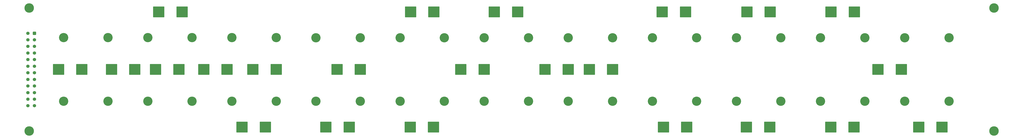
<source format=gbr>
%TF.GenerationSoftware,KiCad,Pcbnew,9.0.2*%
%TF.CreationDate,2025-07-25T15:15:28+08:00*%
%TF.ProjectId,accum_pcb_up,61636375-6d5f-4706-9362-5f75702e6b69,rev?*%
%TF.SameCoordinates,Original*%
%TF.FileFunction,Soldermask,Top*%
%TF.FilePolarity,Negative*%
%FSLAX46Y46*%
G04 Gerber Fmt 4.6, Leading zero omitted, Abs format (unit mm)*
G04 Created by KiCad (PCBNEW 9.0.2) date 2025-07-25 15:15:28*
%MOMM*%
%LPD*%
G01*
G04 APERTURE LIST*
G04 Aperture macros list*
%AMRoundRect*
0 Rectangle with rounded corners*
0 $1 Rounding radius*
0 $2 $3 $4 $5 $6 $7 $8 $9 X,Y pos of 4 corners*
0 Add a 4 corners polygon primitive as box body*
4,1,4,$2,$3,$4,$5,$6,$7,$8,$9,$2,$3,0*
0 Add four circle primitives for the rounded corners*
1,1,$1+$1,$2,$3*
1,1,$1+$1,$4,$5*
1,1,$1+$1,$6,$7*
1,1,$1+$1,$8,$9*
0 Add four rect primitives between the rounded corners*
20,1,$1+$1,$2,$3,$4,$5,0*
20,1,$1+$1,$4,$5,$6,$7,0*
20,1,$1+$1,$6,$7,$8,$9,0*
20,1,$1+$1,$8,$9,$2,$3,0*%
G04 Aperture macros list end*
%ADD10RoundRect,0.218750X-2.331250X-2.231250X2.331250X-2.231250X2.331250X2.231250X-2.331250X2.231250X0*%
%ADD11C,4.200000*%
%ADD12RoundRect,0.218750X2.331250X2.231250X-2.331250X2.231250X-2.331250X-2.231250X2.331250X-2.231250X0*%
%ADD13RoundRect,0.250001X-0.499999X0.499999X-0.499999X-0.499999X0.499999X-0.499999X0.499999X0.499999X0*%
%ADD14C,1.500000*%
%ADD15C,4.300000*%
G04 APERTURE END LIST*
D10*
%TO.C,F20*%
X448266000Y-220380000D03*
X458816000Y-220380000D03*
%TD*%
D11*
%TO.C,*%
X235443015Y-179675500D03*
%TD*%
%TO.C,*%
X349583304Y-179680000D03*
%TD*%
D12*
%TO.C,F11*%
X268747000Y-167947000D03*
X258197000Y-167947000D03*
%TD*%
D11*
%TO.C,*%
X367583985Y-179681500D03*
%TD*%
D10*
%TO.C,F23*%
X469651000Y-194152145D03*
X480201000Y-194152145D03*
%TD*%
D11*
%TO.C,*%
X501770334Y-179686000D03*
%TD*%
%TO.C,*%
X139303985Y-179672500D03*
%TD*%
%TO.C,*%
X291491015Y-179678500D03*
%TD*%
%TO.C,*%
X177350333Y-179674000D03*
%TD*%
%TO.C,*%
X215382564Y-208611500D03*
%TD*%
%TO.C,*%
X159350015Y-208610500D03*
%TD*%
D12*
%TO.C,F4*%
X175195000Y-194152145D03*
X164645000Y-194152145D03*
%TD*%
D11*
%TO.C,*%
X177350696Y-208612000D03*
%TD*%
%TO.C,*%
X121303682Y-208611500D03*
%TD*%
%TO.C,*%
X367584348Y-208619500D03*
%TD*%
%TO.C,*%
X443678015Y-208620500D03*
%TD*%
%TO.C,*%
X405631363Y-208619000D03*
%TD*%
%TO.C,*%
X235443378Y-208611500D03*
%TD*%
D12*
%TO.C,F17*%
X382597000Y-167947000D03*
X372047000Y-167947000D03*
%TD*%
D11*
%TO.C,*%
X387629652Y-179681500D03*
%TD*%
D13*
%TO.C,J1*%
X88070000Y-177652144D03*
D14*
X88070000Y-180652144D03*
X88070000Y-183652144D03*
X88070000Y-186652144D03*
X88070000Y-189652144D03*
X88070000Y-192652144D03*
X88070000Y-195652144D03*
X88070000Y-198652144D03*
X88070000Y-201652144D03*
X88070000Y-204652144D03*
X88070000Y-207652144D03*
X88070000Y-210652144D03*
X85070000Y-177652144D03*
X85070000Y-180652144D03*
X85070000Y-183652144D03*
X85070000Y-186652144D03*
X85070000Y-189652144D03*
X85070000Y-192652144D03*
X85070000Y-195652144D03*
X85070000Y-198652144D03*
X85070000Y-201652144D03*
X85070000Y-204652144D03*
X85070000Y-207652144D03*
X85070000Y-210652144D03*
%TD*%
D12*
%TO.C,F5*%
X154833000Y-167947000D03*
X144283000Y-167947000D03*
%TD*%
D11*
%TO.C,*%
X425677030Y-208619000D03*
%TD*%
%TO.C,*%
X311536682Y-208611500D03*
%TD*%
D15*
%TO.C,H2*%
X522111000Y-222119000D03*
%TD*%
D11*
%TO.C,*%
X311536682Y-179678500D03*
%TD*%
D10*
%TO.C,F10*%
X258020000Y-220380000D03*
X268570000Y-220380000D03*
%TD*%
D12*
%TO.C,F19*%
X420889000Y-167947000D03*
X410339000Y-167947000D03*
%TD*%
D11*
%TO.C,*%
X349583667Y-208618000D03*
%TD*%
D12*
%TO.C,F13*%
X306629000Y-167947000D03*
X296079000Y-167947000D03*
%TD*%
D11*
%TO.C,*%
X197396000Y-179674000D03*
%TD*%
%TO.C,*%
X253444363Y-208613000D03*
%TD*%
%TO.C,*%
X329537637Y-179680000D03*
%TD*%
D15*
%TO.C,H1*%
X522111000Y-166186000D03*
%TD*%
D11*
%TO.C,*%
X291491015Y-208611500D03*
%TD*%
D12*
%TO.C,F9*%
X235456000Y-194152145D03*
X224906000Y-194152145D03*
%TD*%
D11*
%TO.C,*%
X273490030Y-208613000D03*
%TD*%
D10*
%TO.C,F18*%
X410118200Y-220380000D03*
X420668200Y-220380000D03*
%TD*%
D11*
%TO.C,*%
X387630015Y-208619500D03*
%TD*%
%TO.C,*%
X273489667Y-179677000D03*
%TD*%
D12*
%TO.C,F3*%
X153392000Y-194152145D03*
X142842000Y-194152145D03*
%TD*%
%TO.C,F7*%
X197396000Y-194152145D03*
X186846000Y-194152145D03*
%TD*%
D11*
%TO.C,*%
X215397348Y-179675500D03*
%TD*%
D12*
%TO.C,F22*%
X498619000Y-220380000D03*
X488069000Y-220380000D03*
%TD*%
D11*
%TO.C,*%
X443677652Y-179684500D03*
%TD*%
%TO.C,*%
X463723319Y-179684500D03*
%TD*%
D12*
%TO.C,F21*%
X458957000Y-167947000D03*
X448407000Y-167947000D03*
%TD*%
D11*
%TO.C,*%
X159349652Y-179672500D03*
%TD*%
%TO.C,*%
X139304348Y-208610500D03*
%TD*%
%TO.C,*%
X101257652Y-179673500D03*
%TD*%
%TO.C,*%
X481724667Y-179686000D03*
%TD*%
D12*
%TO.C,F12*%
X291498000Y-194152145D03*
X280948000Y-194152145D03*
%TD*%
D11*
%TO.C,*%
X481724667Y-208619000D03*
%TD*%
%TO.C,*%
X121303319Y-179673500D03*
%TD*%
%TO.C,*%
X329538000Y-208618000D03*
%TD*%
D15*
%TO.C,H4*%
X85629000Y-222118000D03*
%TD*%
D11*
%TO.C,*%
X101258015Y-208611500D03*
%TD*%
D10*
%TO.C,F16*%
X372584000Y-220380000D03*
X383134000Y-220380000D03*
%TD*%
D12*
%TO.C,F15*%
X349593000Y-194152145D03*
X339043000Y-194152145D03*
%TD*%
D11*
%TO.C,*%
X501770334Y-208619000D03*
%TD*%
D12*
%TO.C,F1*%
X109475000Y-194152145D03*
X98925000Y-194152145D03*
%TD*%
D11*
%TO.C,*%
X405631000Y-179683000D03*
%TD*%
%TO.C,*%
X463723682Y-208620500D03*
%TD*%
D10*
%TO.C,F8*%
X219878000Y-220380000D03*
X230428000Y-220380000D03*
%TD*%
D11*
%TO.C,*%
X425676667Y-179683000D03*
%TD*%
%TO.C,*%
X253444000Y-179677000D03*
%TD*%
D10*
%TO.C,F6*%
X181964228Y-220380000D03*
X192514228Y-220380000D03*
%TD*%
D12*
%TO.C,F14*%
X329546000Y-194152145D03*
X318996000Y-194152145D03*
%TD*%
D11*
%TO.C,*%
X197396363Y-208612000D03*
%TD*%
D12*
%TO.C,F2*%
X133441000Y-194152145D03*
X122891000Y-194152145D03*
%TD*%
D15*
%TO.C,H3*%
X85629000Y-166186000D03*
%TD*%
M02*

</source>
